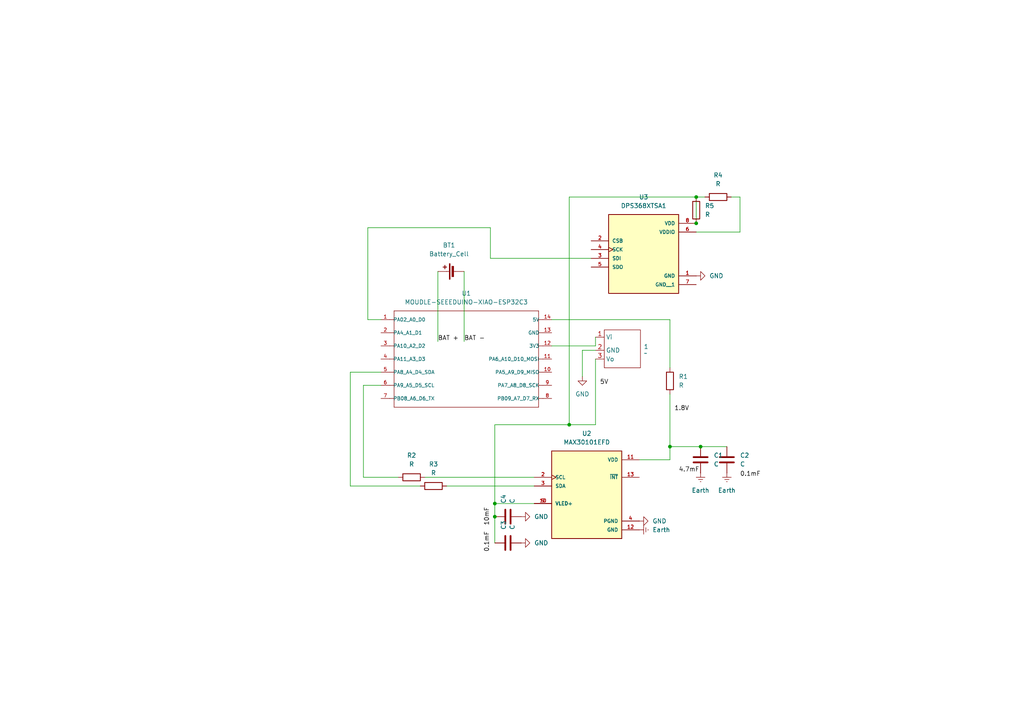
<source format=kicad_sch>
(kicad_sch
	(version 20231120)
	(generator "eeschema")
	(generator_version "8.0")
	(uuid "8385c6d0-c65a-44af-95dd-0f2f26355a36")
	(paper "A4")
	(lib_symbols
		(symbol "DC_DC_Converter_Small_1"
			(exclude_from_sim no)
			(in_bom yes)
			(on_board yes)
			(property "Reference" ""
				(at -5.08 -5.588 0)
				(effects
					(font
						(size 1.27 1.27)
					)
				)
			)
			(property "Value" ""
				(at -5.588 -5.334 0)
				(effects
					(font
						(size 1.27 1.27)
					)
				)
			)
			(property "Footprint" ""
				(at -5.588 -5.334 0)
				(effects
					(font
						(size 1.27 1.27)
					)
					(hide yes)
				)
			)
			(property "Datasheet" ""
				(at -5.588 -5.334 0)
				(effects
					(font
						(size 1.27 1.27)
					)
					(hide yes)
				)
			)
			(property "Description" ""
				(at -5.588 -5.334 0)
				(effects
					(font
						(size 1.27 1.27)
					)
					(hide yes)
				)
			)
			(symbol "DC_DC_Converter_Small_1_1_1"
				(rectangle
					(start 0 11)
					(end 10.5 0)
					(stroke
						(width 0)
						(type default)
					)
					(fill
						(type none)
					)
				)
				(pin input line
					(at -2.54 8.89 0)
					(length 2.54)
					(name "Vi"
						(effects
							(font
								(size 1.27 1.27)
							)
						)
					)
					(number "1"
						(effects
							(font
								(size 1.27 1.27)
							)
						)
					)
				)
				(pin bidirectional line
					(at -2.54 5.08 0)
					(length 2.54)
					(name "GND"
						(effects
							(font
								(size 1.27 1.27)
							)
						)
					)
					(number "2"
						(effects
							(font
								(size 1.27 1.27)
							)
						)
					)
				)
				(pin output line
					(at -2.54 2.54 0)
					(length 2.54)
					(name "Vo"
						(effects
							(font
								(size 1.27 1.27)
							)
						)
					)
					(number "3"
						(effects
							(font
								(size 1.27 1.27)
							)
						)
					)
				)
			)
		)
		(symbol "DPS368XTSA1:DPS368XTSA1"
			(pin_names
				(offset 1.016)
			)
			(exclude_from_sim no)
			(in_bom yes)
			(on_board yes)
			(property "Reference" "U"
				(at -10.16 10.922 0)
				(effects
					(font
						(size 1.27 1.27)
					)
					(justify left bottom)
				)
			)
			(property "Value" "DPS368XTSA1"
				(at -10.16 -15.24 0)
				(effects
					(font
						(size 1.27 1.27)
					)
					(justify left bottom)
				)
			)
			(property "Footprint" "DPS368XTSA1:XDCR_DPS368XTSA1"
				(at 0 0 0)
				(effects
					(font
						(size 1.27 1.27)
					)
					(justify bottom)
					(hide yes)
				)
			)
			(property "Datasheet" ""
				(at 0 0 0)
				(effects
					(font
						(size 1.27 1.27)
					)
					(hide yes)
				)
			)
			(property "Description" "Package dimensions: 8-pin LGA, 2.0 x 2.5 x 1.1 mm3 | Operation range: Pressure: 3001200 hPa Temperature: -4085C | Precision: 0.002 hPa _or 0.02 m_ | Rel. accuracy: 0.06 hPa _or 0.5 m_ | Abs. accuracy: 1 hPa _or 8 m_ | Temperature accuracy: 0.5C | Avg. current consumption: 1.7 A_pressure measurement_ @1Hzsampling rate, standby: 0.5 A. | Integrated FIFO | Interface: I2C and SPI_both with optional interrupt_"
				(at 0 0 0)
				(effects
					(font
						(size 1.27 1.27)
					)
					(justify bottom)
					(hide yes)
				)
			)
			(property "MF" "Infineon Technologies"
				(at 0 0 0)
				(effects
					(font
						(size 1.27 1.27)
					)
					(justify bottom)
					(hide yes)
				)
			)
			(property "PACKAGE" "VFLGA-8 Infineon Technologies"
				(at 0 0 0)
				(effects
					(font
						(size 1.27 1.27)
					)
					(justify bottom)
					(hide yes)
				)
			)
			(property "PRICE" "None"
				(at 0 0 0)
				(effects
					(font
						(size 1.27 1.27)
					)
					(justify bottom)
					(hide yes)
				)
			)
			(property "MP" "DPS368XTSA1"
				(at 0 0 0)
				(effects
					(font
						(size 1.27 1.27)
					)
					(justify bottom)
					(hide yes)
				)
			)
			(property "AVAILABILITY" "Unavailable"
				(at 0 0 0)
				(effects
					(font
						(size 1.27 1.27)
					)
					(justify bottom)
					(hide yes)
				)
			)
			(symbol "DPS368XTSA1_0_0"
				(rectangle
					(start -10.16 -12.7)
					(end 10.16 10.16)
					(stroke
						(width 0.254)
						(type default)
					)
					(fill
						(type background)
					)
				)
				(pin power_in line
					(at 15.24 -7.62 180)
					(length 5.08)
					(name "GND"
						(effects
							(font
								(size 1.016 1.016)
							)
						)
					)
					(number "1"
						(effects
							(font
								(size 1.016 1.016)
							)
						)
					)
				)
				(pin input line
					(at -15.24 2.54 0)
					(length 5.08)
					(name "CSB"
						(effects
							(font
								(size 1.016 1.016)
							)
						)
					)
					(number "2"
						(effects
							(font
								(size 1.016 1.016)
							)
						)
					)
				)
				(pin input line
					(at -15.24 -2.54 0)
					(length 5.08)
					(name "SDI"
						(effects
							(font
								(size 1.016 1.016)
							)
						)
					)
					(number "3"
						(effects
							(font
								(size 1.016 1.016)
							)
						)
					)
				)
				(pin input clock
					(at -15.24 0 0)
					(length 5.08)
					(name "SCK"
						(effects
							(font
								(size 1.016 1.016)
							)
						)
					)
					(number "4"
						(effects
							(font
								(size 1.016 1.016)
							)
						)
					)
				)
				(pin output line
					(at -15.24 -5.08 0)
					(length 5.08)
					(name "SDO"
						(effects
							(font
								(size 1.016 1.016)
							)
						)
					)
					(number "5"
						(effects
							(font
								(size 1.016 1.016)
							)
						)
					)
				)
				(pin power_in line
					(at 15.24 5.08 180)
					(length 5.08)
					(name "VDDIO"
						(effects
							(font
								(size 1.016 1.016)
							)
						)
					)
					(number "6"
						(effects
							(font
								(size 1.016 1.016)
							)
						)
					)
				)
				(pin power_in line
					(at 15.24 -10.16 180)
					(length 5.08)
					(name "GND__1"
						(effects
							(font
								(size 1.016 1.016)
							)
						)
					)
					(number "7"
						(effects
							(font
								(size 1.016 1.016)
							)
						)
					)
				)
				(pin power_in line
					(at 15.24 7.62 180)
					(length 5.08)
					(name "VDD"
						(effects
							(font
								(size 1.016 1.016)
							)
						)
					)
					(number "8"
						(effects
							(font
								(size 1.016 1.016)
							)
						)
					)
				)
			)
		)
		(symbol "Device:Battery_Cell"
			(pin_numbers hide)
			(pin_names
				(offset 0) hide)
			(exclude_from_sim no)
			(in_bom yes)
			(on_board yes)
			(property "Reference" "BT"
				(at 2.54 2.54 0)
				(effects
					(font
						(size 1.27 1.27)
					)
					(justify left)
				)
			)
			(property "Value" "Battery_Cell"
				(at 2.54 0 0)
				(effects
					(font
						(size 1.27 1.27)
					)
					(justify left)
				)
			)
			(property "Footprint" ""
				(at 0 1.524 90)
				(effects
					(font
						(size 1.27 1.27)
					)
					(hide yes)
				)
			)
			(property "Datasheet" "~"
				(at 0 1.524 90)
				(effects
					(font
						(size 1.27 1.27)
					)
					(hide yes)
				)
			)
			(property "Description" "Single-cell battery"
				(at 0 0 0)
				(effects
					(font
						(size 1.27 1.27)
					)
					(hide yes)
				)
			)
			(property "ki_keywords" "battery cell"
				(at 0 0 0)
				(effects
					(font
						(size 1.27 1.27)
					)
					(hide yes)
				)
			)
			(symbol "Battery_Cell_0_1"
				(rectangle
					(start -2.286 1.778)
					(end 2.286 1.524)
					(stroke
						(width 0)
						(type default)
					)
					(fill
						(type outline)
					)
				)
				(rectangle
					(start -1.524 1.016)
					(end 1.524 0.508)
					(stroke
						(width 0)
						(type default)
					)
					(fill
						(type outline)
					)
				)
				(polyline
					(pts
						(xy 0 0.762) (xy 0 0)
					)
					(stroke
						(width 0)
						(type default)
					)
					(fill
						(type none)
					)
				)
				(polyline
					(pts
						(xy 0 1.778) (xy 0 2.54)
					)
					(stroke
						(width 0)
						(type default)
					)
					(fill
						(type none)
					)
				)
				(polyline
					(pts
						(xy 0.762 3.048) (xy 1.778 3.048)
					)
					(stroke
						(width 0.254)
						(type default)
					)
					(fill
						(type none)
					)
				)
				(polyline
					(pts
						(xy 1.27 3.556) (xy 1.27 2.54)
					)
					(stroke
						(width 0.254)
						(type default)
					)
					(fill
						(type none)
					)
				)
			)
			(symbol "Battery_Cell_1_1"
				(pin passive line
					(at 0 5.08 270)
					(length 2.54)
					(name "+"
						(effects
							(font
								(size 1.27 1.27)
							)
						)
					)
					(number "1"
						(effects
							(font
								(size 1.27 1.27)
							)
						)
					)
				)
				(pin passive line
					(at 0 -2.54 90)
					(length 2.54)
					(name "-"
						(effects
							(font
								(size 1.27 1.27)
							)
						)
					)
					(number "2"
						(effects
							(font
								(size 1.27 1.27)
							)
						)
					)
				)
			)
		)
		(symbol "Device:C"
			(pin_numbers hide)
			(pin_names
				(offset 0.254)
			)
			(exclude_from_sim no)
			(in_bom yes)
			(on_board yes)
			(property "Reference" "C"
				(at 0.635 2.54 0)
				(effects
					(font
						(size 1.27 1.27)
					)
					(justify left)
				)
			)
			(property "Value" "C"
				(at 0.635 -2.54 0)
				(effects
					(font
						(size 1.27 1.27)
					)
					(justify left)
				)
			)
			(property "Footprint" ""
				(at 0.9652 -3.81 0)
				(effects
					(font
						(size 1.27 1.27)
					)
					(hide yes)
				)
			)
			(property "Datasheet" "~"
				(at 0 0 0)
				(effects
					(font
						(size 1.27 1.27)
					)
					(hide yes)
				)
			)
			(property "Description" "Unpolarized capacitor"
				(at 0 0 0)
				(effects
					(font
						(size 1.27 1.27)
					)
					(hide yes)
				)
			)
			(property "ki_keywords" "cap capacitor"
				(at 0 0 0)
				(effects
					(font
						(size 1.27 1.27)
					)
					(hide yes)
				)
			)
			(property "ki_fp_filters" "C_*"
				(at 0 0 0)
				(effects
					(font
						(size 1.27 1.27)
					)
					(hide yes)
				)
			)
			(symbol "C_0_1"
				(polyline
					(pts
						(xy -2.032 -0.762) (xy 2.032 -0.762)
					)
					(stroke
						(width 0.508)
						(type default)
					)
					(fill
						(type none)
					)
				)
				(polyline
					(pts
						(xy -2.032 0.762) (xy 2.032 0.762)
					)
					(stroke
						(width 0.508)
						(type default)
					)
					(fill
						(type none)
					)
				)
			)
			(symbol "C_1_1"
				(pin passive line
					(at 0 3.81 270)
					(length 2.794)
					(name "~"
						(effects
							(font
								(size 1.27 1.27)
							)
						)
					)
					(number "1"
						(effects
							(font
								(size 1.27 1.27)
							)
						)
					)
				)
				(pin passive line
					(at 0 -3.81 90)
					(length 2.794)
					(name "~"
						(effects
							(font
								(size 1.27 1.27)
							)
						)
					)
					(number "2"
						(effects
							(font
								(size 1.27 1.27)
							)
						)
					)
				)
			)
		)
		(symbol "Device:R"
			(pin_numbers hide)
			(pin_names
				(offset 0)
			)
			(exclude_from_sim no)
			(in_bom yes)
			(on_board yes)
			(property "Reference" "R"
				(at 2.032 0 90)
				(effects
					(font
						(size 1.27 1.27)
					)
				)
			)
			(property "Value" "R"
				(at 0 0 90)
				(effects
					(font
						(size 1.27 1.27)
					)
				)
			)
			(property "Footprint" ""
				(at -1.778 0 90)
				(effects
					(font
						(size 1.27 1.27)
					)
					(hide yes)
				)
			)
			(property "Datasheet" "~"
				(at 0 0 0)
				(effects
					(font
						(size 1.27 1.27)
					)
					(hide yes)
				)
			)
			(property "Description" "Resistor"
				(at 0 0 0)
				(effects
					(font
						(size 1.27 1.27)
					)
					(hide yes)
				)
			)
			(property "ki_keywords" "R res resistor"
				(at 0 0 0)
				(effects
					(font
						(size 1.27 1.27)
					)
					(hide yes)
				)
			)
			(property "ki_fp_filters" "R_*"
				(at 0 0 0)
				(effects
					(font
						(size 1.27 1.27)
					)
					(hide yes)
				)
			)
			(symbol "R_0_1"
				(rectangle
					(start -1.016 -2.54)
					(end 1.016 2.54)
					(stroke
						(width 0.254)
						(type default)
					)
					(fill
						(type none)
					)
				)
			)
			(symbol "R_1_1"
				(pin passive line
					(at 0 3.81 270)
					(length 1.27)
					(name "~"
						(effects
							(font
								(size 1.27 1.27)
							)
						)
					)
					(number "1"
						(effects
							(font
								(size 1.27 1.27)
							)
						)
					)
				)
				(pin passive line
					(at 0 -3.81 90)
					(length 1.27)
					(name "~"
						(effects
							(font
								(size 1.27 1.27)
							)
						)
					)
					(number "2"
						(effects
							(font
								(size 1.27 1.27)
							)
						)
					)
				)
			)
		)
		(symbol "MAX30101EFD:MAX30101EFD"
			(pin_names
				(offset 1.016)
			)
			(exclude_from_sim no)
			(in_bom yes)
			(on_board yes)
			(property "Reference" "U"
				(at -10.16 12.7 0)
				(effects
					(font
						(size 1.27 1.27)
					)
					(justify left bottom)
				)
			)
			(property "Value" "MAX30101EFD"
				(at -10.16 -15.24 0)
				(effects
					(font
						(size 1.27 1.27)
					)
					(justify left bottom)
				)
			)
			(property "Footprint" "MAX30101EFD:PSON80P560X330X165-14N"
				(at 0 0 0)
				(effects
					(font
						(size 1.27 1.27)
					)
					(justify bottom)
					(hide yes)
				)
			)
			(property "Datasheet" ""
				(at 0 0 0)
				(effects
					(font
						(size 1.27 1.27)
					)
					(hide yes)
				)
			)
			(property "Description" ""
				(at 0 0 0)
				(effects
					(font
						(size 1.27 1.27)
					)
					(hide yes)
				)
			)
			(property "MF" "Analog Devices"
				(at 0 0 0)
				(effects
					(font
						(size 1.27 1.27)
					)
					(justify bottom)
					(hide yes)
				)
			)
			(property "Description_1" "\n                        \n                            High-Sensitivity Pulse Oximeter and Heart-Rate Sensor for Wearable Health\n                        \n"
				(at 0 0 0)
				(effects
					(font
						(size 1.27 1.27)
					)
					(justify bottom)
					(hide yes)
				)
			)
			(property "Package" "OLGA-14 Maxim"
				(at 0 0 0)
				(effects
					(font
						(size 1.27 1.27)
					)
					(justify bottom)
					(hide yes)
				)
			)
			(property "Price" "None"
				(at 0 0 0)
				(effects
					(font
						(size 1.27 1.27)
					)
					(justify bottom)
					(hide yes)
				)
			)
			(property "Check_prices" "https://www.snapeda.com/parts/MAX30101EFD+T/Analog+Devices/view-part/?ref=eda"
				(at 0 0 0)
				(effects
					(font
						(size 1.27 1.27)
					)
					(justify bottom)
					(hide yes)
				)
			)
			(property "STANDARD" "IPC7351B"
				(at 0 0 0)
				(effects
					(font
						(size 1.27 1.27)
					)
					(justify bottom)
					(hide yes)
				)
			)
			(property "PARTREV" "2"
				(at 0 0 0)
				(effects
					(font
						(size 1.27 1.27)
					)
					(justify bottom)
					(hide yes)
				)
			)
			(property "SnapEDA_Link" "https://www.snapeda.com/parts/MAX30101EFD+T/Analog+Devices/view-part/?ref=snap"
				(at 0 0 0)
				(effects
					(font
						(size 1.27 1.27)
					)
					(justify bottom)
					(hide yes)
				)
			)
			(property "MP" "MAX30101EFD+T"
				(at 0 0 0)
				(effects
					(font
						(size 1.27 1.27)
					)
					(justify bottom)
					(hide yes)
				)
			)
			(property "Availability" "In Stock"
				(at 0 0 0)
				(effects
					(font
						(size 1.27 1.27)
					)
					(justify bottom)
					(hide yes)
				)
			)
			(property "MANUFACTURER" "Maxim Integrated"
				(at 0 0 0)
				(effects
					(font
						(size 1.27 1.27)
					)
					(justify bottom)
					(hide yes)
				)
			)
			(symbol "MAX30101EFD_0_0"
				(rectangle
					(start -10.16 -12.7)
					(end 10.16 12.7)
					(stroke
						(width 0.254)
						(type default)
					)
					(fill
						(type background)
					)
				)
				(pin passive line
					(at -15.24 -2.54 0)
					(length 5.08)
					(name "VLED+"
						(effects
							(font
								(size 1.016 1.016)
							)
						)
					)
					(number "10"
						(effects
							(font
								(size 1.016 1.016)
							)
						)
					)
				)
				(pin power_in line
					(at 15.24 10.16 180)
					(length 5.08)
					(name "VDD"
						(effects
							(font
								(size 1.016 1.016)
							)
						)
					)
					(number "11"
						(effects
							(font
								(size 1.016 1.016)
							)
						)
					)
				)
				(pin power_in line
					(at 15.24 -10.16 180)
					(length 5.08)
					(name "GND"
						(effects
							(font
								(size 1.016 1.016)
							)
						)
					)
					(number "12"
						(effects
							(font
								(size 1.016 1.016)
							)
						)
					)
				)
				(pin output line
					(at 15.24 5.08 180)
					(length 5.08)
					(name "~{INT}"
						(effects
							(font
								(size 1.016 1.016)
							)
						)
					)
					(number "13"
						(effects
							(font
								(size 1.016 1.016)
							)
						)
					)
				)
				(pin input clock
					(at -15.24 5.08 0)
					(length 5.08)
					(name "SCL"
						(effects
							(font
								(size 1.016 1.016)
							)
						)
					)
					(number "2"
						(effects
							(font
								(size 1.016 1.016)
							)
						)
					)
				)
				(pin bidirectional line
					(at -15.24 2.54 0)
					(length 5.08)
					(name "SDA"
						(effects
							(font
								(size 1.016 1.016)
							)
						)
					)
					(number "3"
						(effects
							(font
								(size 1.016 1.016)
							)
						)
					)
				)
				(pin power_in line
					(at 15.24 -7.62 180)
					(length 5.08)
					(name "PGND"
						(effects
							(font
								(size 1.016 1.016)
							)
						)
					)
					(number "4"
						(effects
							(font
								(size 1.016 1.016)
							)
						)
					)
				)
				(pin passive line
					(at -15.24 -2.54 0)
					(length 5.08)
					(name "VLED+"
						(effects
							(font
								(size 1.016 1.016)
							)
						)
					)
					(number "9"
						(effects
							(font
								(size 1.016 1.016)
							)
						)
					)
				)
			)
		)
		(symbol "MOUDLE-SEEEDUINO-XIAO-ESP32C3:MOUDLE-SEEEDUINO-XIAO-ESP32C3"
			(pin_names
				(offset 1.016)
			)
			(exclude_from_sim no)
			(in_bom yes)
			(on_board yes)
			(property "Reference" "U"
				(at -21.59 15.24 0)
				(effects
					(font
						(size 1.27 1.27)
					)
					(justify left bottom)
				)
			)
			(property "Value" "MOUDLE-SEEEDUINO-XIAO-ESP32C3"
				(at -21.59 13.97 0)
				(effects
					(font
						(size 1.27 1.27)
					)
					(justify left bottom)
				)
			)
			(property "Footprint" "MOUDLE14P-SMD-2.54-21X17.8MM"
				(at 0 0 0)
				(effects
					(font
						(size 1.27 1.27)
					)
					(justify bottom)
					(hide yes)
				)
			)
			(property "Datasheet" ""
				(at 0 0 0)
				(effects
					(font
						(size 1.27 1.27)
					)
					(hide yes)
				)
			)
			(property "Description" ""
				(at 0 0 0)
				(effects
					(font
						(size 1.27 1.27)
					)
					(hide yes)
				)
			)
			(symbol "MOUDLE-SEEEDUINO-XIAO-ESP32C3_0_0"
				(polyline
					(pts
						(xy -21.59 -13.97) (xy -21.59 0)
					)
					(stroke
						(width 0.1524)
						(type default)
					)
					(fill
						(type none)
					)
				)
				(polyline
					(pts
						(xy -21.59 -11.43) (xy -22.86 -11.43)
					)
					(stroke
						(width 0.1524)
						(type default)
					)
					(fill
						(type none)
					)
				)
				(polyline
					(pts
						(xy -21.59 -7.62) (xy -22.86 -7.62)
					)
					(stroke
						(width 0.1524)
						(type default)
					)
					(fill
						(type none)
					)
				)
				(polyline
					(pts
						(xy -21.59 -3.81) (xy -22.86 -3.81)
					)
					(stroke
						(width 0.1524)
						(type default)
					)
					(fill
						(type none)
					)
				)
				(polyline
					(pts
						(xy -21.59 0) (xy -22.86 0)
					)
					(stroke
						(width 0.1524)
						(type default)
					)
					(fill
						(type none)
					)
				)
				(polyline
					(pts
						(xy -21.59 0) (xy -21.59 3.81)
					)
					(stroke
						(width 0.1524)
						(type default)
					)
					(fill
						(type none)
					)
				)
				(polyline
					(pts
						(xy -21.59 3.81) (xy -22.86 3.81)
					)
					(stroke
						(width 0.1524)
						(type default)
					)
					(fill
						(type none)
					)
				)
				(polyline
					(pts
						(xy -21.59 3.81) (xy -21.59 7.62)
					)
					(stroke
						(width 0.1524)
						(type default)
					)
					(fill
						(type none)
					)
				)
				(polyline
					(pts
						(xy -21.59 7.62) (xy -22.86 7.62)
					)
					(stroke
						(width 0.1524)
						(type default)
					)
					(fill
						(type none)
					)
				)
				(polyline
					(pts
						(xy -21.59 7.62) (xy -21.59 11.43)
					)
					(stroke
						(width 0.1524)
						(type default)
					)
					(fill
						(type none)
					)
				)
				(polyline
					(pts
						(xy -21.59 11.43) (xy -22.86 11.43)
					)
					(stroke
						(width 0.1524)
						(type default)
					)
					(fill
						(type none)
					)
				)
				(polyline
					(pts
						(xy -21.59 11.43) (xy -21.59 13.97)
					)
					(stroke
						(width 0.1524)
						(type default)
					)
					(fill
						(type none)
					)
				)
				(polyline
					(pts
						(xy -21.59 13.97) (xy 20.32 13.97)
					)
					(stroke
						(width 0.1524)
						(type default)
					)
					(fill
						(type none)
					)
				)
				(polyline
					(pts
						(xy 20.32 -13.97) (xy -21.59 -13.97)
					)
					(stroke
						(width 0.1524)
						(type default)
					)
					(fill
						(type none)
					)
				)
				(polyline
					(pts
						(xy 20.32 3.81) (xy 20.32 -13.97)
					)
					(stroke
						(width 0.1524)
						(type default)
					)
					(fill
						(type none)
					)
				)
				(polyline
					(pts
						(xy 20.32 7.62) (xy 20.32 3.81)
					)
					(stroke
						(width 0.1524)
						(type default)
					)
					(fill
						(type none)
					)
				)
				(polyline
					(pts
						(xy 20.32 11.43) (xy 20.32 7.62)
					)
					(stroke
						(width 0.1524)
						(type default)
					)
					(fill
						(type none)
					)
				)
				(polyline
					(pts
						(xy 20.32 13.97) (xy 20.32 11.43)
					)
					(stroke
						(width 0.1524)
						(type default)
					)
					(fill
						(type none)
					)
				)
				(polyline
					(pts
						(xy 21.59 -11.43) (xy 20.32 -11.43)
					)
					(stroke
						(width 0.1524)
						(type default)
					)
					(fill
						(type none)
					)
				)
				(polyline
					(pts
						(xy 21.59 -7.62) (xy 20.32 -7.62)
					)
					(stroke
						(width 0.1524)
						(type default)
					)
					(fill
						(type none)
					)
				)
				(polyline
					(pts
						(xy 21.59 -3.81) (xy 20.32 -3.81)
					)
					(stroke
						(width 0.1524)
						(type default)
					)
					(fill
						(type none)
					)
				)
				(polyline
					(pts
						(xy 21.59 0) (xy 20.32 0)
					)
					(stroke
						(width 0.1524)
						(type default)
					)
					(fill
						(type none)
					)
				)
				(polyline
					(pts
						(xy 21.59 3.81) (xy 20.32 3.81)
					)
					(stroke
						(width 0.1524)
						(type default)
					)
					(fill
						(type none)
					)
				)
				(polyline
					(pts
						(xy 21.59 7.62) (xy 20.32 7.62)
					)
					(stroke
						(width 0.1524)
						(type default)
					)
					(fill
						(type none)
					)
				)
				(polyline
					(pts
						(xy 21.59 11.43) (xy 20.32 11.43)
					)
					(stroke
						(width 0.1524)
						(type default)
					)
					(fill
						(type none)
					)
				)
				(pin bidirectional line
					(at -25.4 11.43 0)
					(length 2.54)
					(name "PA02_A0_D0"
						(effects
							(font
								(size 1.016 1.016)
							)
						)
					)
					(number "1"
						(effects
							(font
								(size 1.016 1.016)
							)
						)
					)
				)
				(pin bidirectional line
					(at 24.13 -3.81 180)
					(length 2.54)
					(name "PA5_A9_D9_MISO"
						(effects
							(font
								(size 1.016 1.016)
							)
						)
					)
					(number "10"
						(effects
							(font
								(size 1.016 1.016)
							)
						)
					)
				)
				(pin bidirectional line
					(at 24.13 0 180)
					(length 2.54)
					(name "PA6_A10_D10_MOSI"
						(effects
							(font
								(size 1.016 1.016)
							)
						)
					)
					(number "11"
						(effects
							(font
								(size 1.016 1.016)
							)
						)
					)
				)
				(pin bidirectional line
					(at 24.13 3.81 180)
					(length 2.54)
					(name "3V3"
						(effects
							(font
								(size 1.016 1.016)
							)
						)
					)
					(number "12"
						(effects
							(font
								(size 1.016 1.016)
							)
						)
					)
				)
				(pin bidirectional line
					(at 24.13 7.62 180)
					(length 2.54)
					(name "GND"
						(effects
							(font
								(size 1.016 1.016)
							)
						)
					)
					(number "13"
						(effects
							(font
								(size 1.016 1.016)
							)
						)
					)
				)
				(pin bidirectional line
					(at 24.13 11.43 180)
					(length 2.54)
					(name "5V"
						(effects
							(font
								(size 1.016 1.016)
							)
						)
					)
					(number "14"
						(effects
							(font
								(size 1.016 1.016)
							)
						)
					)
				)
				(pin bidirectional line
					(at -25.4 7.62 0)
					(length 2.54)
					(name "PA4_A1_D1"
						(effects
							(font
								(size 1.016 1.016)
							)
						)
					)
					(number "2"
						(effects
							(font
								(size 1.016 1.016)
							)
						)
					)
				)
				(pin bidirectional line
					(at -25.4 3.81 0)
					(length 2.54)
					(name "PA10_A2_D2"
						(effects
							(font
								(size 1.016 1.016)
							)
						)
					)
					(number "3"
						(effects
							(font
								(size 1.016 1.016)
							)
						)
					)
				)
				(pin bidirectional line
					(at -25.4 0 0)
					(length 2.54)
					(name "PA11_A3_D3"
						(effects
							(font
								(size 1.016 1.016)
							)
						)
					)
					(number "4"
						(effects
							(font
								(size 1.016 1.016)
							)
						)
					)
				)
				(pin bidirectional line
					(at -25.4 -3.81 0)
					(length 2.54)
					(name "PA8_A4_D4_SDA"
						(effects
							(font
								(size 1.016 1.016)
							)
						)
					)
					(number "5"
						(effects
							(font
								(size 1.016 1.016)
							)
						)
					)
				)
				(pin bidirectional line
					(at -25.4 -7.62 0)
					(length 2.54)
					(name "PA9_A5_D5_SCL"
						(effects
							(font
								(size 1.016 1.016)
							)
						)
					)
					(number "6"
						(effects
							(font
								(size 1.016 1.016)
							)
						)
					)
				)
				(pin bidirectional line
					(at -25.4 -11.43 0)
					(length 2.54)
					(name "PB08_A6_D6_TX"
						(effects
							(font
								(size 1.016 1.016)
							)
						)
					)
					(number "7"
						(effects
							(font
								(size 1.016 1.016)
							)
						)
					)
				)
				(pin bidirectional line
					(at 24.13 -11.43 180)
					(length 2.54)
					(name "PB09_A7_D7_RX"
						(effects
							(font
								(size 1.016 1.016)
							)
						)
					)
					(number "8"
						(effects
							(font
								(size 1.016 1.016)
							)
						)
					)
				)
				(pin bidirectional line
					(at 24.13 -7.62 180)
					(length 2.54)
					(name "PA7_A8_D8_SCK"
						(effects
							(font
								(size 1.016 1.016)
							)
						)
					)
					(number "9"
						(effects
							(font
								(size 1.016 1.016)
							)
						)
					)
				)
			)
		)
		(symbol "power:Earth"
			(power)
			(pin_numbers hide)
			(pin_names
				(offset 0) hide)
			(exclude_from_sim no)
			(in_bom yes)
			(on_board yes)
			(property "Reference" "#PWR"
				(at 0 -6.35 0)
				(effects
					(font
						(size 1.27 1.27)
					)
					(hide yes)
				)
			)
			(property "Value" "Earth"
				(at 0 -3.81 0)
				(effects
					(font
						(size 1.27 1.27)
					)
				)
			)
			(property "Footprint" ""
				(at 0 0 0)
				(effects
					(font
						(size 1.27 1.27)
					)
					(hide yes)
				)
			)
			(property "Datasheet" "~"
				(at 0 0 0)
				(effects
					(font
						(size 1.27 1.27)
					)
					(hide yes)
				)
			)
			(property "Description" "Power symbol creates a global label with name \"Earth\""
				(at 0 0 0)
				(effects
					(font
						(size 1.27 1.27)
					)
					(hide yes)
				)
			)
			(property "ki_keywords" "global ground gnd"
				(at 0 0 0)
				(effects
					(font
						(size 1.27 1.27)
					)
					(hide yes)
				)
			)
			(symbol "Earth_0_1"
				(polyline
					(pts
						(xy -0.635 -1.905) (xy 0.635 -1.905)
					)
					(stroke
						(width 0)
						(type default)
					)
					(fill
						(type none)
					)
				)
				(polyline
					(pts
						(xy -0.127 -2.54) (xy 0.127 -2.54)
					)
					(stroke
						(width 0)
						(type default)
					)
					(fill
						(type none)
					)
				)
				(polyline
					(pts
						(xy 0 -1.27) (xy 0 0)
					)
					(stroke
						(width 0)
						(type default)
					)
					(fill
						(type none)
					)
				)
				(polyline
					(pts
						(xy 1.27 -1.27) (xy -1.27 -1.27)
					)
					(stroke
						(width 0)
						(type default)
					)
					(fill
						(type none)
					)
				)
			)
			(symbol "Earth_1_1"
				(pin power_in line
					(at 0 0 270)
					(length 0)
					(name "~"
						(effects
							(font
								(size 1.27 1.27)
							)
						)
					)
					(number "1"
						(effects
							(font
								(size 1.27 1.27)
							)
						)
					)
				)
			)
		)
		(symbol "power:GND"
			(power)
			(pin_numbers hide)
			(pin_names
				(offset 0) hide)
			(exclude_from_sim no)
			(in_bom yes)
			(on_board yes)
			(property "Reference" "#PWR"
				(at 0 -6.35 0)
				(effects
					(font
						(size 1.27 1.27)
					)
					(hide yes)
				)
			)
			(property "Value" "GND"
				(at 0 -3.81 0)
				(effects
					(font
						(size 1.27 1.27)
					)
				)
			)
			(property "Footprint" ""
				(at 0 0 0)
				(effects
					(font
						(size 1.27 1.27)
					)
					(hide yes)
				)
			)
			(property "Datasheet" ""
				(at 0 0 0)
				(effects
					(font
						(size 1.27 1.27)
					)
					(hide yes)
				)
			)
			(property "Description" "Power symbol creates a global label with name \"GND\" , ground"
				(at 0 0 0)
				(effects
					(font
						(size 1.27 1.27)
					)
					(hide yes)
				)
			)
			(property "ki_keywords" "global power"
				(at 0 0 0)
				(effects
					(font
						(size 1.27 1.27)
					)
					(hide yes)
				)
			)
			(symbol "GND_0_1"
				(polyline
					(pts
						(xy 0 0) (xy 0 -1.27) (xy 1.27 -1.27) (xy 0 -2.54) (xy -1.27 -1.27) (xy 0 -1.27)
					)
					(stroke
						(width 0)
						(type default)
					)
					(fill
						(type none)
					)
				)
			)
			(symbol "GND_1_1"
				(pin power_in line
					(at 0 0 270)
					(length 0)
					(name "~"
						(effects
							(font
								(size 1.27 1.27)
							)
						)
					)
					(number "1"
						(effects
							(font
								(size 1.27 1.27)
							)
						)
					)
				)
			)
		)
	)
	(junction
		(at 143.51 149.86)
		(diameter 0)
		(color 0 0 0 0)
		(uuid "277ca0a7-fd51-417c-88ce-aa56f3ce2806")
	)
	(junction
		(at 165.1 123.19)
		(diameter 0)
		(color 0 0 0 0)
		(uuid "2c013015-84e8-4453-a63b-c5bc131ea813")
	)
	(junction
		(at 201.93 64.77)
		(diameter 0)
		(color 0 0 0 0)
		(uuid "352fc092-f5ed-4288-b5ee-ec4264fa42b3")
	)
	(junction
		(at 203.2 129.54)
		(diameter 0)
		(color 0 0 0 0)
		(uuid "3607878e-3ef4-49e6-a392-89d4def7b60b")
	)
	(junction
		(at 143.51 146.05)
		(diameter 0)
		(color 0 0 0 0)
		(uuid "5d1ca364-8ef6-4f97-9573-461b9c6eac31")
	)
	(junction
		(at 201.93 57.15)
		(diameter 0)
		(color 0 0 0 0)
		(uuid "dc87d411-096f-42d9-9850-946235c76253")
	)
	(junction
		(at 194.31 129.54)
		(diameter 0)
		(color 0 0 0 0)
		(uuid "ef6dbe10-0982-4742-aac6-17720b104e88")
	)
	(wire
		(pts
			(xy 172.72 123.19) (xy 165.1 123.19)
		)
		(stroke
			(width 0)
			(type default)
		)
		(uuid "00e321f8-4b60-4e78-b443-c2f0e814ff82")
	)
	(wire
		(pts
			(xy 115.57 138.43) (xy 105.41 138.43)
		)
		(stroke
			(width 0)
			(type default)
		)
		(uuid "0ab2f7a6-78f2-4d2c-9306-f61e3cdcbb1c")
	)
	(wire
		(pts
			(xy 172.72 101.6) (xy 168.91 101.6)
		)
		(stroke
			(width 0)
			(type default)
		)
		(uuid "101c29ec-71ed-46cb-b0c3-3c230609eea9")
	)
	(wire
		(pts
			(xy 106.68 66.04) (xy 106.68 92.71)
		)
		(stroke
			(width 0)
			(type default)
		)
		(uuid "1b11fdf0-afcc-4439-97bc-dd90ea0bb447")
	)
	(wire
		(pts
			(xy 185.42 133.35) (xy 194.31 133.35)
		)
		(stroke
			(width 0)
			(type default)
		)
		(uuid "1b2e6104-59ac-4de7-8346-89e3dc78027a")
	)
	(wire
		(pts
			(xy 121.92 140.97) (xy 101.6 140.97)
		)
		(stroke
			(width 0)
			(type default)
		)
		(uuid "1f857a43-97c2-4b39-81d5-2f035c2f689e")
	)
	(wire
		(pts
			(xy 143.51 123.19) (xy 143.51 146.05)
		)
		(stroke
			(width 0)
			(type default)
		)
		(uuid "2db8aa6b-87ad-43db-b0b7-13e552cf82a7")
	)
	(wire
		(pts
			(xy 142.24 74.93) (xy 142.24 66.04)
		)
		(stroke
			(width 0)
			(type default)
		)
		(uuid "38a63db9-9d65-43a1-be70-959cd2c80ea4")
	)
	(wire
		(pts
			(xy 154.94 138.43) (xy 123.19 138.43)
		)
		(stroke
			(width 0)
			(type default)
		)
		(uuid "39ad6221-cdc7-4ee3-a14b-d62df87435f3")
	)
	(wire
		(pts
			(xy 214.63 67.31) (xy 214.63 57.15)
		)
		(stroke
			(width 0)
			(type default)
		)
		(uuid "4b09c23c-90c7-485b-8d7a-350d7a205816")
	)
	(wire
		(pts
			(xy 101.6 107.95) (xy 110.49 107.95)
		)
		(stroke
			(width 0)
			(type default)
		)
		(uuid "4ca0608e-1352-49b0-8cdd-ee8818427d1a")
	)
	(wire
		(pts
			(xy 172.72 100.33) (xy 172.72 97.79)
		)
		(stroke
			(width 0)
			(type default)
		)
		(uuid "4d4c5017-913c-4367-907f-ba5f245f8013")
	)
	(wire
		(pts
			(xy 143.51 157.48) (xy 143.51 149.86)
		)
		(stroke
			(width 0)
			(type default)
		)
		(uuid "58996d35-633c-4a9b-914e-d3a9f1cab476")
	)
	(wire
		(pts
			(xy 160.02 92.71) (xy 194.31 92.71)
		)
		(stroke
			(width 0)
			(type default)
		)
		(uuid "59c211b3-bc9a-41a1-99c3-a29d5c4dee50")
	)
	(wire
		(pts
			(xy 201.93 67.31) (xy 214.63 67.31)
		)
		(stroke
			(width 0)
			(type default)
		)
		(uuid "5e4df38d-3d83-4141-97a6-698715404559")
	)
	(wire
		(pts
			(xy 154.94 140.97) (xy 129.54 140.97)
		)
		(stroke
			(width 0)
			(type default)
		)
		(uuid "78c5ec7c-e1db-436e-a651-ecadf6580ca9")
	)
	(wire
		(pts
			(xy 105.41 111.76) (xy 110.49 111.76)
		)
		(stroke
			(width 0)
			(type default)
		)
		(uuid "7c1ce543-ed91-42e5-9369-bcb9cf92079e")
	)
	(wire
		(pts
			(xy 194.31 129.54) (xy 203.2 129.54)
		)
		(stroke
			(width 0)
			(type default)
		)
		(uuid "7ddc8ce0-424b-4aff-a34f-c05a4279c276")
	)
	(wire
		(pts
			(xy 165.1 57.15) (xy 201.93 57.15)
		)
		(stroke
			(width 0)
			(type default)
		)
		(uuid "805491cb-b0e9-4992-bed6-ef366dc4a232")
	)
	(wire
		(pts
			(xy 168.91 101.6) (xy 168.91 109.22)
		)
		(stroke
			(width 0)
			(type default)
		)
		(uuid "8a519cd2-4a7c-43e7-833d-c8a81fc57169")
	)
	(wire
		(pts
			(xy 165.1 123.19) (xy 143.51 123.19)
		)
		(stroke
			(width 0)
			(type default)
		)
		(uuid "900a2ee9-8460-4a2c-818e-54ccdf110552")
	)
	(wire
		(pts
			(xy 201.93 64.77) (xy 201.93 57.15)
		)
		(stroke
			(width 0)
			(type default)
		)
		(uuid "94bd75fc-ec63-4d93-ad51-84dad6a302fe")
	)
	(wire
		(pts
			(xy 142.24 66.04) (xy 106.68 66.04)
		)
		(stroke
			(width 0)
			(type default)
		)
		(uuid "972e2966-4d63-46b5-aba8-04b0817994f0")
	)
	(wire
		(pts
			(xy 160.02 100.33) (xy 172.72 100.33)
		)
		(stroke
			(width 0)
			(type default)
		)
		(uuid "989b15e4-56e6-47b1-9ea0-e38a6c6ba6ea")
	)
	(wire
		(pts
			(xy 172.72 104.14) (xy 172.72 123.19)
		)
		(stroke
			(width 0)
			(type default)
		)
		(uuid "9d41aa4a-1173-4c06-8c14-0500117dc5a7")
	)
	(wire
		(pts
			(xy 171.45 74.93) (xy 142.24 74.93)
		)
		(stroke
			(width 0)
			(type default)
		)
		(uuid "aaac949d-362e-4bf3-a3f7-77f42df93c90")
	)
	(wire
		(pts
			(xy 143.51 146.05) (xy 154.94 146.05)
		)
		(stroke
			(width 0)
			(type default)
		)
		(uuid "b84bfb69-0fb6-4d35-9436-da88027c9980")
	)
	(wire
		(pts
			(xy 143.51 146.05) (xy 143.51 149.86)
		)
		(stroke
			(width 0)
			(type default)
		)
		(uuid "bad7c8ea-18d5-48f1-883f-184fc06bf2cb")
	)
	(wire
		(pts
			(xy 101.6 140.97) (xy 101.6 107.95)
		)
		(stroke
			(width 0)
			(type default)
		)
		(uuid "bcb5befe-8aef-48b7-b910-02e79183663e")
	)
	(wire
		(pts
			(xy 106.68 92.71) (xy 110.49 92.71)
		)
		(stroke
			(width 0)
			(type default)
		)
		(uuid "c61ff38f-a8f5-41ef-be22-891f9fb372d5")
	)
	(wire
		(pts
			(xy 212.09 57.15) (xy 214.63 57.15)
		)
		(stroke
			(width 0)
			(type default)
		)
		(uuid "c7d08d2f-72c6-4783-a520-adc32f529c14")
	)
	(wire
		(pts
			(xy 127 78.74) (xy 127 99.06)
		)
		(stroke
			(width 0)
			(type default)
		)
		(uuid "c8d51b9d-5d3f-45b4-8243-5e50a18f4a35")
	)
	(wire
		(pts
			(xy 165.1 57.15) (xy 165.1 123.19)
		)
		(stroke
			(width 0)
			(type default)
		)
		(uuid "cc3d1d3f-effd-49f5-9ec2-4b283a69b946")
	)
	(wire
		(pts
			(xy 194.31 92.71) (xy 194.31 106.68)
		)
		(stroke
			(width 0)
			(type default)
		)
		(uuid "d12b14a3-21d2-460e-95a2-04b210b93762")
	)
	(wire
		(pts
			(xy 201.93 57.15) (xy 204.47 57.15)
		)
		(stroke
			(width 0)
			(type default)
		)
		(uuid "dce46751-53c0-4392-979e-6d6bada45283")
	)
	(wire
		(pts
			(xy 194.31 129.54) (xy 194.31 133.35)
		)
		(stroke
			(width 0)
			(type default)
		)
		(uuid "ddcdd1d3-b74c-419b-968a-e0bec5a6bc83")
	)
	(wire
		(pts
			(xy 194.31 114.3) (xy 194.31 129.54)
		)
		(stroke
			(width 0)
			(type default)
		)
		(uuid "e25e7fba-b5cb-421f-9516-5ac98b5b4f6c")
	)
	(wire
		(pts
			(xy 203.2 129.54) (xy 210.82 129.54)
		)
		(stroke
			(width 0)
			(type default)
		)
		(uuid "efe630eb-2b1b-40b2-8545-fcb4e8a89eec")
	)
	(wire
		(pts
			(xy 105.41 138.43) (xy 105.41 111.76)
		)
		(stroke
			(width 0)
			(type default)
		)
		(uuid "fc038659-8376-42aa-ae7c-8412abc53b6b")
	)
	(wire
		(pts
			(xy 134.62 78.74) (xy 134.62 99.06)
		)
		(stroke
			(width 0)
			(type default)
		)
		(uuid "fdd147d6-c234-42c9-a9ff-9eae58602aba")
	)
	(label "10mF"
		(at 142.24 152.4 90)
		(effects
			(font
				(size 1.27 1.27)
			)
			(justify left bottom)
		)
		(uuid "00dd8c77-166e-49a9-a61a-9d1a7494ad94")
	)
	(label "4.7mF"
		(at 196.85 137.16 0)
		(effects
			(font
				(size 1.27 1.27)
			)
			(justify left bottom)
		)
		(uuid "3ce01e87-eff5-49b9-b7f4-fc7e077a74b8")
	)
	(label "5V"
		(at 173.99 111.76 0)
		(effects
			(font
				(size 1.27 1.27)
			)
			(justify left bottom)
		)
		(uuid "46e1b778-1b91-4a98-aebd-277548fcbc36")
	)
	(label "0.1mF"
		(at 142.24 160.02 90)
		(effects
			(font
				(size 1.27 1.27)
			)
			(justify left bottom)
		)
		(uuid "4729ff9d-a761-402f-850f-324fd09e832f")
	)
	(label "1.8V"
		(at 195.58 119.38 0)
		(effects
			(font
				(size 1.27 1.27)
			)
			(justify left bottom)
		)
		(uuid "57e1dd30-5a53-4f98-b63f-3d7d60d7861b")
	)
	(label "0.1mF"
		(at 214.63 138.43 0)
		(effects
			(font
				(size 1.27 1.27)
			)
			(justify left bottom)
		)
		(uuid "62092211-fbef-4051-843a-80438635eca6")
	)
	(label "BAT +"
		(at 127 99.06 0)
		(effects
			(font
				(size 1.27 1.27)
			)
			(justify left bottom)
		)
		(uuid "dbd793f5-8516-431e-8314-0711179bea44")
	)
	(label "BAT -"
		(at 134.62 99.06 0)
		(effects
			(font
				(size 1.27 1.27)
			)
			(justify left bottom)
		)
		(uuid "fdc6ff95-6d87-45de-9b19-ca411ff2f928")
	)
	(symbol
		(lib_id "power:Earth")
		(at 210.82 137.16 0)
		(unit 1)
		(exclude_from_sim no)
		(in_bom yes)
		(on_board yes)
		(dnp no)
		(fields_autoplaced yes)
		(uuid "11a07893-076b-4bbd-b326-7bb5382546f7")
		(property "Reference" "#PWR03"
			(at 210.82 143.51 0)
			(effects
				(font
					(size 1.27 1.27)
				)
				(hide yes)
			)
		)
		(property "Value" "Earth"
			(at 210.82 142.24 0)
			(effects
				(font
					(size 1.27 1.27)
				)
			)
		)
		(property "Footprint" ""
			(at 210.82 137.16 0)
			(effects
				(font
					(size 1.27 1.27)
				)
				(hide yes)
			)
		)
		(property "Datasheet" "~"
			(at 210.82 137.16 0)
			(effects
				(font
					(size 1.27 1.27)
				)
				(hide yes)
			)
		)
		(property "Description" "Power symbol creates a global label with name \"Earth\""
			(at 210.82 137.16 0)
			(effects
				(font
					(size 1.27 1.27)
				)
				(hide yes)
			)
		)
		(pin "1"
			(uuid "44ce4d91-91a1-4f6a-a0a1-717b143c01ea")
		)
		(instances
			(project "CDD Proj"
				(path "/8385c6d0-c65a-44af-95dd-0f2f26355a36"
					(reference "#PWR03")
					(unit 1)
				)
			)
		)
	)
	(symbol
		(lib_id "Device:C")
		(at 147.32 149.86 90)
		(unit 1)
		(exclude_from_sim no)
		(in_bom yes)
		(on_board yes)
		(dnp no)
		(fields_autoplaced yes)
		(uuid "1ae9bd8d-6889-454f-8fa2-e29a41e78913")
		(property "Reference" "C4"
			(at 146.0499 146.05 0)
			(effects
				(font
					(size 1.27 1.27)
				)
				(justify left)
			)
		)
		(property "Value" "C"
			(at 148.5899 146.05 0)
			(effects
				(font
					(size 1.27 1.27)
				)
				(justify left)
			)
		)
		(property "Footprint" ""
			(at 151.13 148.8948 0)
			(effects
				(font
					(size 1.27 1.27)
				)
				(hide yes)
			)
		)
		(property "Datasheet" "~"
			(at 147.32 149.86 0)
			(effects
				(font
					(size 1.27 1.27)
				)
				(hide yes)
			)
		)
		(property "Description" "Unpolarized capacitor"
			(at 147.32 149.86 0)
			(effects
				(font
					(size 1.27 1.27)
				)
				(hide yes)
			)
		)
		(pin "1"
			(uuid "35dad817-a378-41bb-859f-713cf80860b2")
		)
		(pin "2"
			(uuid "aa4ba74a-158e-4ba6-8d64-a9ea5a793dc4")
		)
		(instances
			(project "CDD Proj"
				(path "/8385c6d0-c65a-44af-95dd-0f2f26355a36"
					(reference "C4")
					(unit 1)
				)
			)
		)
	)
	(symbol
		(lib_id "Device:R")
		(at 201.93 60.96 0)
		(unit 1)
		(exclude_from_sim no)
		(in_bom yes)
		(on_board yes)
		(dnp no)
		(fields_autoplaced yes)
		(uuid "277c5116-9831-4a62-a126-1cc99f36bfdc")
		(property "Reference" "R5"
			(at 204.47 59.6899 0)
			(effects
				(font
					(size 1.27 1.27)
				)
				(justify left)
			)
		)
		(property "Value" "R"
			(at 204.47 62.2299 0)
			(effects
				(font
					(size 1.27 1.27)
				)
				(justify left)
			)
		)
		(property "Footprint" ""
			(at 200.152 60.96 90)
			(effects
				(font
					(size 1.27 1.27)
				)
				(hide yes)
			)
		)
		(property "Datasheet" "~"
			(at 201.93 60.96 0)
			(effects
				(font
					(size 1.27 1.27)
				)
				(hide yes)
			)
		)
		(property "Description" "Resistor"
			(at 201.93 60.96 0)
			(effects
				(font
					(size 1.27 1.27)
				)
				(hide yes)
			)
		)
		(pin "1"
			(uuid "7140a7f7-7256-4744-b016-bea2949e3484")
		)
		(pin "2"
			(uuid "6187bf20-d3fa-4db4-b176-63a33e1867d5")
		)
		(instances
			(project "CDD Proj"
				(path "/8385c6d0-c65a-44af-95dd-0f2f26355a36"
					(reference "R5")
					(unit 1)
				)
			)
		)
	)
	(symbol
		(lib_id "MOUDLE-SEEEDUINO-XIAO-ESP32C3:MOUDLE-SEEEDUINO-XIAO-ESP32C3")
		(at 135.89 104.14 0)
		(unit 1)
		(exclude_from_sim no)
		(in_bom yes)
		(on_board yes)
		(dnp no)
		(fields_autoplaced yes)
		(uuid "2906065f-ebe1-4c33-8928-0aa352523f76")
		(property "Reference" "U1"
			(at 135.255 85.09 0)
			(effects
				(font
					(size 1.27 1.27)
				)
			)
		)
		(property "Value" "MOUDLE-SEEEDUINO-XIAO-ESP32C3"
			(at 135.255 87.63 0)
			(effects
				(font
					(size 1.27 1.27)
				)
			)
		)
		(property "Footprint" "MOUDLE14P-SMD-2.54-21X17.8MM"
			(at 135.89 104.14 0)
			(effects
				(font
					(size 1.27 1.27)
				)
				(justify bottom)
				(hide yes)
			)
		)
		(property "Datasheet" ""
			(at 135.89 104.14 0)
			(effects
				(font
					(size 1.27 1.27)
				)
				(hide yes)
			)
		)
		(property "Description" ""
			(at 135.89 104.14 0)
			(effects
				(font
					(size 1.27 1.27)
				)
				(hide yes)
			)
		)
		(pin "11"
			(uuid "ac31bd24-0e79-49bc-8ca4-07b2d5245fa4")
		)
		(pin "1"
			(uuid "22a6750d-3c68-4b73-ad3f-012e921321fd")
		)
		(pin "8"
			(uuid "c69c1d23-311f-40d4-8fbf-d4ed7dc2e6d0")
		)
		(pin "13"
			(uuid "31d1f0ab-4d9b-4302-a542-0e9f53adffa7")
		)
		(pin "9"
			(uuid "099d246e-aa0f-476c-b3c8-adf1c1c3daff")
		)
		(pin "6"
			(uuid "545136f7-162d-4fab-8fcc-d9b9dcccdeb0")
		)
		(pin "4"
			(uuid "b09f6611-bb4d-4625-9caa-7a0c8f8c9a32")
		)
		(pin "14"
			(uuid "4fedc7c4-268d-4d11-ad77-a960b26b9d58")
		)
		(pin "12"
			(uuid "db6f5360-c911-46fe-b1db-24472f5bf0ef")
		)
		(pin "2"
			(uuid "e66fdf22-e165-471d-80ef-bdc26f22918f")
		)
		(pin "5"
			(uuid "e14e819e-02a8-4533-852c-0df30e279ad5")
		)
		(pin "10"
			(uuid "62d53dd4-630d-48ee-983f-3aa968842602")
		)
		(pin "7"
			(uuid "1b7290ee-78bd-4bd6-902d-969422b3dbe5")
		)
		(pin "3"
			(uuid "0bf46dfa-1c21-46f8-91d8-37656af24b79")
		)
		(instances
			(project ""
				(path "/8385c6d0-c65a-44af-95dd-0f2f26355a36"
					(reference "U1")
					(unit 1)
				)
			)
		)
	)
	(symbol
		(lib_id "power:Earth")
		(at 203.2 137.16 0)
		(unit 1)
		(exclude_from_sim no)
		(in_bom yes)
		(on_board yes)
		(dnp no)
		(fields_autoplaced yes)
		(uuid "34bc692d-db4d-4a87-8f0d-1025923ca0fd")
		(property "Reference" "#PWR02"
			(at 203.2 143.51 0)
			(effects
				(font
					(size 1.27 1.27)
				)
				(hide yes)
			)
		)
		(property "Value" "Earth"
			(at 203.2 142.24 0)
			(effects
				(font
					(size 1.27 1.27)
				)
			)
		)
		(property "Footprint" ""
			(at 203.2 137.16 0)
			(effects
				(font
					(size 1.27 1.27)
				)
				(hide yes)
			)
		)
		(property "Datasheet" "~"
			(at 203.2 137.16 0)
			(effects
				(font
					(size 1.27 1.27)
				)
				(hide yes)
			)
		)
		(property "Description" "Power symbol creates a global label with name \"Earth\""
			(at 203.2 137.16 0)
			(effects
				(font
					(size 1.27 1.27)
				)
				(hide yes)
			)
		)
		(pin "1"
			(uuid "7f064727-2657-43c1-8ceb-3fa6af93c900")
		)
		(instances
			(project ""
				(path "/8385c6d0-c65a-44af-95dd-0f2f26355a36"
					(reference "#PWR02")
					(unit 1)
				)
			)
		)
	)
	(symbol
		(lib_id "Device:R")
		(at 208.28 57.15 90)
		(unit 1)
		(exclude_from_sim no)
		(in_bom yes)
		(on_board yes)
		(dnp no)
		(fields_autoplaced yes)
		(uuid "38fbdba9-74ef-49bc-ba25-2003dbbc9f8c")
		(property "Reference" "R4"
			(at 208.28 50.8 90)
			(effects
				(font
					(size 1.27 1.27)
				)
			)
		)
		(property "Value" "R"
			(at 208.28 53.34 90)
			(effects
				(font
					(size 1.27 1.27)
				)
			)
		)
		(property "Footprint" ""
			(at 208.28 58.928 90)
			(effects
				(font
					(size 1.27 1.27)
				)
				(hide yes)
			)
		)
		(property "Datasheet" "~"
			(at 208.28 57.15 0)
			(effects
				(font
					(size 1.27 1.27)
				)
				(hide yes)
			)
		)
		(property "Description" "Resistor"
			(at 208.28 57.15 0)
			(effects
				(font
					(size 1.27 1.27)
				)
				(hide yes)
			)
		)
		(pin "1"
			(uuid "bacbede8-e807-4d40-adcc-501f4aacebb3")
		)
		(pin "2"
			(uuid "6d2f822e-a95f-4ccc-bf05-341a9e1c6ce1")
		)
		(instances
			(project "CDD Proj"
				(path "/8385c6d0-c65a-44af-95dd-0f2f26355a36"
					(reference "R4")
					(unit 1)
				)
			)
		)
	)
	(symbol
		(lib_id "Device:C")
		(at 210.82 133.35 0)
		(unit 1)
		(exclude_from_sim no)
		(in_bom yes)
		(on_board yes)
		(dnp no)
		(fields_autoplaced yes)
		(uuid "4a39fbc9-50e7-414e-a5b4-ffcca0d1a904")
		(property "Reference" "C2"
			(at 214.63 132.0799 0)
			(effects
				(font
					(size 1.27 1.27)
				)
				(justify left)
			)
		)
		(property "Value" "C"
			(at 214.63 134.6199 0)
			(effects
				(font
					(size 1.27 1.27)
				)
				(justify left)
			)
		)
		(property "Footprint" ""
			(at 211.7852 137.16 0)
			(effects
				(font
					(size 1.27 1.27)
				)
				(hide yes)
			)
		)
		(property "Datasheet" "~"
			(at 210.82 133.35 0)
			(effects
				(font
					(size 1.27 1.27)
				)
				(hide yes)
			)
		)
		(property "Description" "Unpolarized capacitor"
			(at 210.82 133.35 0)
			(effects
				(font
					(size 1.27 1.27)
				)
				(hide yes)
			)
		)
		(pin "1"
			(uuid "1343e0ed-5b80-4dde-bbb2-59b0cd598b8c")
		)
		(pin "2"
			(uuid "74a3bd83-1b46-4e6e-9571-1f3d45f0d4d6")
		)
		(instances
			(project "CDD Proj"
				(path "/8385c6d0-c65a-44af-95dd-0f2f26355a36"
					(reference "C2")
					(unit 1)
				)
			)
		)
	)
	(symbol
		(lib_name "DC_DC_Converter_Small_1")
		(lib_id "CDD_Components:DC_DC_Converter_Small")
		(at 175.26 106.68 0)
		(unit 1)
		(exclude_from_sim no)
		(in_bom yes)
		(on_board yes)
		(dnp no)
		(fields_autoplaced yes)
		(uuid "54a4bea8-f631-4e2f-8cff-4827678fa26a")
		(property "Reference" "1"
			(at 186.69 100.5449 0)
			(effects
				(font
					(size 1.27 1.27)
				)
				(justify left)
			)
		)
		(property "Value" "~"
			(at 186.69 102.45 0)
			(effects
				(font
					(size 1.27 1.27)
				)
				(justify left)
			)
		)
		(property "Footprint" ""
			(at 169.672 112.014 0)
			(effects
				(font
					(size 1.27 1.27)
				)
				(hide yes)
			)
		)
		(property "Datasheet" ""
			(at 169.672 112.014 0)
			(effects
				(font
					(size 1.27 1.27)
				)
				(hide yes)
			)
		)
		(property "Description" ""
			(at 169.672 112.014 0)
			(effects
				(font
					(size 1.27 1.27)
				)
				(hide yes)
			)
		)
		(pin "3"
			(uuid "888ae4f1-e788-4197-afa3-f8d40ce7c996")
		)
		(pin "1"
			(uuid "07b02f9d-ead3-4310-b843-3b8ce78a4031")
		)
		(pin "2"
			(uuid "a171b2c8-52b9-4510-896f-032f7f277552")
		)
		(instances
			(project ""
				(path "/8385c6d0-c65a-44af-95dd-0f2f26355a36"
					(reference "1")
					(unit 1)
				)
			)
		)
	)
	(symbol
		(lib_id "Device:R")
		(at 194.31 110.49 0)
		(unit 1)
		(exclude_from_sim no)
		(in_bom yes)
		(on_board yes)
		(dnp no)
		(fields_autoplaced yes)
		(uuid "5aed6359-3350-4da9-9ac6-9000b227ad2c")
		(property "Reference" "R1"
			(at 196.85 109.2199 0)
			(effects
				(font
					(size 1.27 1.27)
				)
				(justify left)
			)
		)
		(property "Value" "R"
			(at 196.85 111.7599 0)
			(effects
				(font
					(size 1.27 1.27)
				)
				(justify left)
			)
		)
		(property "Footprint" ""
			(at 192.532 110.49 90)
			(effects
				(font
					(size 1.27 1.27)
				)
				(hide yes)
			)
		)
		(property "Datasheet" "~"
			(at 194.31 110.49 0)
			(effects
				(font
					(size 1.27 1.27)
				)
				(hide yes)
			)
		)
		(property "Description" "Resistor"
			(at 194.31 110.49 0)
			(effects
				(font
					(size 1.27 1.27)
				)
				(hide yes)
			)
		)
		(pin "1"
			(uuid "a51d3639-f904-49d1-a5de-f45d0e668613")
		)
		(pin "2"
			(uuid "0913afb7-fa46-4d0d-92f6-5c190d48c438")
		)
		(instances
			(project ""
				(path "/8385c6d0-c65a-44af-95dd-0f2f26355a36"
					(reference "R1")
					(unit 1)
				)
			)
		)
	)
	(symbol
		(lib_id "DPS368XTSA1:DPS368XTSA1")
		(at 186.69 72.39 0)
		(unit 1)
		(exclude_from_sim no)
		(in_bom yes)
		(on_board yes)
		(dnp no)
		(fields_autoplaced yes)
		(uuid "5dcdf542-cd8e-4d70-9e7d-66bbf1da2b90")
		(property "Reference" "U3"
			(at 186.69 57.15 0)
			(effects
				(font
					(size 1.27 1.27)
				)
			)
		)
		(property "Value" "DPS368XTSA1"
			(at 186.69 59.69 0)
			(effects
				(font
					(size 1.27 1.27)
				)
			)
		)
		(property "Footprint" "DPS368XTSA1:XDCR_DPS368XTSA1"
			(at 186.69 72.39 0)
			(effects
				(font
					(size 1.27 1.27)
				)
				(justify bottom)
				(hide yes)
			)
		)
		(property "Datasheet" ""
			(at 186.69 72.39 0)
			(effects
				(font
					(size 1.27 1.27)
				)
				(hide yes)
			)
		)
		(property "Description" ""
			(at 186.69 72.39 0)
			(effects
				(font
					(size 1.27 1.27)
				)
				(hide yes)
			)
		)
		(property "MF" "Infineon Technologies"
			(at 186.69 72.39 0)
			(effects
				(font
					(size 1.27 1.27)
				)
				(justify bottom)
				(hide yes)
			)
		)
		(property "DESCRIPTION" "Package dimensions: 8-pin LGA, 2.0 x 2.5 x 1.1 mm3 | Operation range: Pressure: 3001200 hPa Temperature: -4085C | Precision: 0.002 hPa _or 0.02 m_ | Rel. accuracy: 0.06 hPa _or 0.5 m_ | Abs. accuracy: 1 hPa _or 8 m_ | Temperature accuracy: 0.5C | Avg. current consumption: 1.7 A_pressure measurement_ @1Hzsampling rate, standby: 0.5 A. | Integrated FIFO | Interface: I2C and SPI_both with optional interrupt_"
			(at 186.69 72.39 0)
			(effects
				(font
					(size 1.27 1.27)
				)
				(justify bottom)
				(hide yes)
			)
		)
		(property "PACKAGE" "VFLGA-8 Infineon Technologies"
			(at 186.69 72.39 0)
			(effects
				(font
					(size 1.27 1.27)
				)
				(justify bottom)
				(hide yes)
			)
		)
		(property "PRICE" "None"
			(at 186.69 72.39 0)
			(effects
				(font
					(size 1.27 1.27)
				)
				(justify bottom)
				(hide yes)
			)
		)
		(property "MP" "DPS368XTSA1"
			(at 186.69 72.39 0)
			(effects
				(font
					(size 1.27 1.27)
				)
				(justify bottom)
				(hide yes)
			)
		)
		(property "AVAILABILITY" "Unavailable"
			(at 186.69 72.39 0)
			(effects
				(font
					(size 1.27 1.27)
				)
				(justify bottom)
				(hide yes)
			)
		)
		(pin "3"
			(uuid "ca57f694-5e14-4510-b201-5197957d5138")
		)
		(pin "8"
			(uuid "489be112-db8c-48f3-9330-3901a13ed279")
		)
		(pin "4"
			(uuid "284fc6e0-8d1c-43bc-b901-ce96d4fc60aa")
		)
		(pin "5"
			(uuid "1fbe8176-1786-4f6c-9c10-e2a45c8ec2a5")
		)
		(pin "7"
			(uuid "d9122f09-337f-4a1e-8ed6-f7d1fcce56fc")
		)
		(pin "6"
			(uuid "86ac2d84-2155-4352-9ad3-82e6aae4da52")
		)
		(pin "1"
			(uuid "cd93cadb-a404-4c5f-8fa1-3eb91df2121c")
		)
		(pin "2"
			(uuid "2a62840e-828f-412e-abef-f6a6ac8d9f94")
		)
		(instances
			(project ""
				(path "/8385c6d0-c65a-44af-95dd-0f2f26355a36"
					(reference "U3")
					(unit 1)
				)
			)
		)
	)
	(symbol
		(lib_id "Device:C")
		(at 203.2 133.35 0)
		(unit 1)
		(exclude_from_sim no)
		(in_bom yes)
		(on_board yes)
		(dnp no)
		(fields_autoplaced yes)
		(uuid "5ec7136c-4703-4c21-ace2-f133f3f9f1c9")
		(property "Reference" "C1"
			(at 207.01 132.0799 0)
			(effects
				(font
					(size 1.27 1.27)
				)
				(justify left)
			)
		)
		(property "Value" "C"
			(at 207.01 134.6199 0)
			(effects
				(font
					(size 1.27 1.27)
				)
				(justify left)
			)
		)
		(property "Footprint" ""
			(at 204.1652 137.16 0)
			(effects
				(font
					(size 1.27 1.27)
				)
				(hide yes)
			)
		)
		(property "Datasheet" "~"
			(at 203.2 133.35 0)
			(effects
				(font
					(size 1.27 1.27)
				)
				(hide yes)
			)
		)
		(property "Description" "Unpolarized capacitor"
			(at 203.2 133.35 0)
			(effects
				(font
					(size 1.27 1.27)
				)
				(hide yes)
			)
		)
		(pin "1"
			(uuid "4126f527-c5ef-415e-912d-12114f904cd7")
		)
		(pin "2"
			(uuid "fc0dc21b-4163-4f8c-9bf1-74d81f7a5838")
		)
		(instances
			(project ""
				(path "/8385c6d0-c65a-44af-95dd-0f2f26355a36"
					(reference "C1")
					(unit 1)
				)
			)
		)
	)
	(symbol
		(lib_id "MAX30101EFD:MAX30101EFD")
		(at 170.18 143.51 0)
		(unit 1)
		(exclude_from_sim no)
		(in_bom yes)
		(on_board yes)
		(dnp no)
		(fields_autoplaced yes)
		(uuid "72b4ebbb-d234-42c2-975b-3d346e33b0ab")
		(property "Reference" "U2"
			(at 170.18 125.73 0)
			(effects
				(font
					(size 1.27 1.27)
				)
			)
		)
		(property "Value" "MAX30101EFD"
			(at 170.18 128.27 0)
			(effects
				(font
					(size 1.27 1.27)
				)
			)
		)
		(property "Footprint" "MAX30101EFD:PSON80P560X330X165-14N"
			(at 170.18 143.51 0)
			(effects
				(font
					(size 1.27 1.27)
				)
				(justify bottom)
				(hide yes)
			)
		)
		(property "Datasheet" ""
			(at 170.18 143.51 0)
			(effects
				(font
					(size 1.27 1.27)
				)
				(hide yes)
			)
		)
		(property "Description" ""
			(at 170.18 143.51 0)
			(effects
				(font
					(size 1.27 1.27)
				)
				(hide yes)
			)
		)
		(property "MF" "Analog Devices"
			(at 170.18 143.51 0)
			(effects
				(font
					(size 1.27 1.27)
				)
				(justify bottom)
				(hide yes)
			)
		)
		(property "Description_1" "\n                        \n                            High-Sensitivity Pulse Oximeter and Heart-Rate Sensor for Wearable Health\n                        \n"
			(at 170.18 143.51 0)
			(effects
				(font
					(size 1.27 1.27)
				)
				(justify bottom)
				(hide yes)
			)
		)
		(property "Package" "OLGA-14 Maxim"
			(at 170.18 143.51 0)
			(effects
				(font
					(size 1.27 1.27)
				)
				(justify bottom)
				(hide yes)
			)
		)
		(property "Price" "None"
			(at 170.18 143.51 0)
			(effects
				(font
					(size 1.27 1.27)
				)
				(justify bottom)
				(hide yes)
			)
		)
		(property "Check_prices" "https://www.snapeda.com/parts/MAX30101EFD+T/Analog+Devices/view-part/?ref=eda"
			(at 170.18 143.51 0)
			(effects
				(font
					(size 1.27 1.27)
				)
				(justify bottom)
				(hide yes)
			)
		)
		(property "STANDARD" "IPC7351B"
			(at 170.18 143.51 0)
			(effects
				(font
					(size 1.27 1.27)
				)
				(justify bottom)
				(hide yes)
			)
		)
		(property "PARTREV" "2"
			(at 170.18 143.51 0)
			(effects
				(font
					(size 1.27 1.27)
				)
				(justify bottom)
				(hide yes)
			)
		)
		(property "SnapEDA_Link" "https://www.snapeda.com/parts/MAX30101EFD+T/Analog+Devices/view-part/?ref=snap"
			(at 170.18 143.51 0)
			(effects
				(font
					(size 1.27 1.27)
				)
				(justify bottom)
				(hide yes)
			)
		)
		(property "MP" "MAX30101EFD+T"
			(at 170.18 143.51 0)
			(effects
				(font
					(size 1.27 1.27)
				)
				(justify bottom)
				(hide yes)
			)
		)
		(property "Availability" "In Stock"
			(at 170.18 143.51 0)
			(effects
				(font
					(size 1.27 1.27)
				)
				(justify bottom)
				(hide yes)
			)
		)
		(property "MANUFACTURER" "Maxim Integrated"
			(at 170.18 143.51 0)
			(effects
				(font
					(size 1.27 1.27)
				)
				(justify bottom)
				(hide yes)
			)
		)
		(pin "11"
			(uuid "df6d67ab-f9fa-49e0-bf15-f238bfedd833")
		)
		(pin "10"
			(uuid "ed8d7e2b-c4fa-49d4-96a7-f5b0535c0d93")
		)
		(pin "13"
			(uuid "dcd0f8af-1bae-40d1-b53c-e4d314d5e18a")
		)
		(pin "4"
			(uuid "469862a3-41a4-444e-b393-b98cbae65710")
		)
		(pin "9"
			(uuid "9cfc8b29-7b5c-4898-8b2e-f22521ea1bfd")
		)
		(pin "3"
			(uuid "abf04e74-3d47-4548-aba2-e4fa14138ddc")
		)
		(pin "2"
			(uuid "b0349368-448e-4388-a956-2164fa0d1c77")
		)
		(pin "12"
			(uuid "d58d835b-56df-48f6-b3d5-1b9002a1ade2")
		)
		(instances
			(project ""
				(path "/8385c6d0-c65a-44af-95dd-0f2f26355a36"
					(reference "U2")
					(unit 1)
				)
			)
		)
	)
	(symbol
		(lib_id "Device:R")
		(at 125.73 140.97 90)
		(unit 1)
		(exclude_from_sim no)
		(in_bom yes)
		(on_board yes)
		(dnp no)
		(fields_autoplaced yes)
		(uuid "73f6979a-b09e-407a-84e3-ede4c51c112d")
		(property "Reference" "R3"
			(at 125.73 134.62 90)
			(effects
				(font
					(size 1.27 1.27)
				)
			)
		)
		(property "Value" "R"
			(at 125.73 137.16 90)
			(effects
				(font
					(size 1.27 1.27)
				)
			)
		)
		(property "Footprint" ""
			(at 125.73 142.748 90)
			(effects
				(font
					(size 1.27 1.27)
				)
				(hide yes)
			)
		)
		(property "Datasheet" "~"
			(at 125.73 140.97 0)
			(effects
				(font
					(size 1.27 1.27)
				)
				(hide yes)
			)
		)
		(property "Description" "Resistor"
			(at 125.73 140.97 0)
			(effects
				(font
					(size 1.27 1.27)
				)
				(hide yes)
			)
		)
		(pin "1"
			(uuid "c1aae44e-e9f0-4e4e-9f32-e609b51f04d0")
		)
		(pin "2"
			(uuid "c60f6577-2a7a-4005-bbb6-563c4e54b867")
		)
		(instances
			(project "CDD Proj"
				(path "/8385c6d0-c65a-44af-95dd-0f2f26355a36"
					(reference "R3")
					(unit 1)
				)
			)
		)
	)
	(symbol
		(lib_id "Device:Battery_Cell")
		(at 132.08 78.74 90)
		(unit 1)
		(exclude_from_sim no)
		(in_bom yes)
		(on_board yes)
		(dnp no)
		(fields_autoplaced yes)
		(uuid "74dc0dc9-23df-412f-b5a0-bccb1774bc83")
		(property "Reference" "BT1"
			(at 130.2385 71.12 90)
			(effects
				(font
					(size 1.27 1.27)
				)
			)
		)
		(property "Value" "Battery_Cell"
			(at 130.2385 73.66 90)
			(effects
				(font
					(size 1.27 1.27)
				)
			)
		)
		(property "Footprint" ""
			(at 130.556 78.74 90)
			(effects
				(font
					(size 1.27 1.27)
				)
				(hide yes)
			)
		)
		(property "Datasheet" "~"
			(at 130.556 78.74 90)
			(effects
				(font
					(size 1.27 1.27)
				)
				(hide yes)
			)
		)
		(property "Description" "Single-cell battery"
			(at 132.08 78.74 0)
			(effects
				(font
					(size 1.27 1.27)
				)
				(hide yes)
			)
		)
		(pin "2"
			(uuid "b3bad6fd-d883-4552-b561-319a77eb6852")
		)
		(pin "1"
			(uuid "a6724fc5-91e5-4b2e-97b2-3a92361dd382")
		)
		(instances
			(project ""
				(path "/8385c6d0-c65a-44af-95dd-0f2f26355a36"
					(reference "BT1")
					(unit 1)
				)
			)
		)
	)
	(symbol
		(lib_id "power:GND")
		(at 151.13 157.48 90)
		(unit 1)
		(exclude_from_sim no)
		(in_bom yes)
		(on_board yes)
		(dnp no)
		(fields_autoplaced yes)
		(uuid "b1aceb65-110e-4881-a0cb-892934cbfe5f")
		(property "Reference" "#PWR04"
			(at 157.48 157.48 0)
			(effects
				(font
					(size 1.27 1.27)
				)
				(hide yes)
			)
		)
		(property "Value" "GND"
			(at 154.94 157.4799 90)
			(effects
				(font
					(size 1.27 1.27)
				)
				(justify right)
			)
		)
		(property "Footprint" ""
			(at 151.13 157.48 0)
			(effects
				(font
					(size 1.27 1.27)
				)
				(hide yes)
			)
		)
		(property "Datasheet" ""
			(at 151.13 157.48 0)
			(effects
				(font
					(size 1.27 1.27)
				)
				(hide yes)
			)
		)
		(property "Description" "Power symbol creates a global label with name \"GND\" , ground"
			(at 151.13 157.48 0)
			(effects
				(font
					(size 1.27 1.27)
				)
				(hide yes)
			)
		)
		(pin "1"
			(uuid "e4018aa2-c132-43fb-acbf-e3c1b6ddcb3c")
		)
		(instances
			(project "CDD Proj"
				(path "/8385c6d0-c65a-44af-95dd-0f2f26355a36"
					(reference "#PWR04")
					(unit 1)
				)
			)
		)
	)
	(symbol
		(lib_id "power:GND")
		(at 151.13 149.86 90)
		(unit 1)
		(exclude_from_sim no)
		(in_bom yes)
		(on_board yes)
		(dnp no)
		(fields_autoplaced yes)
		(uuid "c9a0e97e-9169-4203-a3f6-f202cd108c29")
		(property "Reference" "#PWR05"
			(at 157.48 149.86 0)
			(effects
				(font
					(size 1.27 1.27)
				)
				(hide yes)
			)
		)
		(property "Value" "GND"
			(at 154.94 149.8599 90)
			(effects
				(font
					(size 1.27 1.27)
				)
				(justify right)
			)
		)
		(property "Footprint" ""
			(at 151.13 149.86 0)
			(effects
				(font
					(size 1.27 1.27)
				)
				(hide yes)
			)
		)
		(property "Datasheet" ""
			(at 151.13 149.86 0)
			(effects
				(font
					(size 1.27 1.27)
				)
				(hide yes)
			)
		)
		(property "Description" "Power symbol creates a global label with name \"GND\" , ground"
			(at 151.13 149.86 0)
			(effects
				(font
					(size 1.27 1.27)
				)
				(hide yes)
			)
		)
		(pin "1"
			(uuid "d5bdf9a4-2975-4c91-8779-a0fc3da93d4d")
		)
		(instances
			(project "CDD Proj"
				(path "/8385c6d0-c65a-44af-95dd-0f2f26355a36"
					(reference "#PWR05")
					(unit 1)
				)
			)
		)
	)
	(symbol
		(lib_id "Device:C")
		(at 147.32 157.48 90)
		(unit 1)
		(exclude_from_sim no)
		(in_bom yes)
		(on_board yes)
		(dnp no)
		(fields_autoplaced yes)
		(uuid "d8cacb54-8a9a-4f7a-880b-2b130aacb496")
		(property "Reference" "C3"
			(at 146.0499 153.67 0)
			(effects
				(font
					(size 1.27 1.27)
				)
				(justify left)
			)
		)
		(property "Value" "C"
			(at 148.5899 153.67 0)
			(effects
				(font
					(size 1.27 1.27)
				)
				(justify left)
			)
		)
		(property "Footprint" ""
			(at 151.13 156.5148 0)
			(effects
				(font
					(size 1.27 1.27)
				)
				(hide yes)
			)
		)
		(property "Datasheet" "~"
			(at 147.32 157.48 0)
			(effects
				(font
					(size 1.27 1.27)
				)
				(hide yes)
			)
		)
		(property "Description" "Unpolarized capacitor"
			(at 147.32 157.48 0)
			(effects
				(font
					(size 1.27 1.27)
				)
				(hide yes)
			)
		)
		(pin "1"
			(uuid "880b481a-7cc3-4ec6-b395-f3dd3db2779b")
		)
		(pin "2"
			(uuid "fec50fdc-6a9d-4128-a29b-4db9e42cf500")
		)
		(instances
			(project "CDD Proj"
				(path "/8385c6d0-c65a-44af-95dd-0f2f26355a36"
					(reference "C3")
					(unit 1)
				)
			)
		)
	)
	(symbol
		(lib_id "power:GND")
		(at 185.42 151.13 90)
		(unit 1)
		(exclude_from_sim no)
		(in_bom yes)
		(on_board yes)
		(dnp no)
		(fields_autoplaced yes)
		(uuid "dd468742-7aa3-466b-92a3-5f59590c951d")
		(property "Reference" "#PWR07"
			(at 191.77 151.13 0)
			(effects
				(font
					(size 1.27 1.27)
				)
				(hide yes)
			)
		)
		(property "Value" "GND"
			(at 189.23 151.1299 90)
			(effects
				(font
					(size 1.27 1.27)
				)
				(justify right)
			)
		)
		(property "Footprint" ""
			(at 185.42 151.13 0)
			(effects
				(font
					(size 1.27 1.27)
				)
				(hide yes)
			)
		)
		(property "Datasheet" ""
			(at 185.42 151.13 0)
			(effects
				(font
					(size 1.27 1.27)
				)
				(hide yes)
			)
		)
		(property "Description" "Power symbol creates a global label with name \"GND\" , ground"
			(at 185.42 151.13 0)
			(effects
				(font
					(size 1.27 1.27)
				)
				(hide yes)
			)
		)
		(pin "1"
			(uuid "0d79badc-31c7-40f2-b121-af61b5c9877d")
		)
		(instances
			(project "CDD Proj"
				(path "/8385c6d0-c65a-44af-95dd-0f2f26355a36"
					(reference "#PWR07")
					(unit 1)
				)
			)
		)
	)
	(symbol
		(lib_id "power:Earth")
		(at 185.42 153.67 90)
		(unit 1)
		(exclude_from_sim no)
		(in_bom yes)
		(on_board yes)
		(dnp no)
		(fields_autoplaced yes)
		(uuid "eb9a2f50-479e-43bf-af35-0d19bf4e3cdb")
		(property "Reference" "#PWR06"
			(at 191.77 153.67 0)
			(effects
				(font
					(size 1.27 1.27)
				)
				(hide yes)
			)
		)
		(property "Value" "Earth"
			(at 189.23 153.6699 90)
			(effects
				(font
					(size 1.27 1.27)
				)
				(justify right)
			)
		)
		(property "Footprint" ""
			(at 185.42 153.67 0)
			(effects
				(font
					(size 1.27 1.27)
				)
				(hide yes)
			)
		)
		(property "Datasheet" "~"
			(at 185.42 153.67 0)
			(effects
				(font
					(size 1.27 1.27)
				)
				(hide yes)
			)
		)
		(property "Description" "Power symbol creates a global label with name \"Earth\""
			(at 185.42 153.67 0)
			(effects
				(font
					(size 1.27 1.27)
				)
				(hide yes)
			)
		)
		(pin "1"
			(uuid "b28b0c5f-980b-41ce-aecf-5bb940505969")
		)
		(instances
			(project "CDD Proj"
				(path "/8385c6d0-c65a-44af-95dd-0f2f26355a36"
					(reference "#PWR06")
					(unit 1)
				)
			)
		)
	)
	(symbol
		(lib_id "power:GND")
		(at 201.93 80.01 90)
		(unit 1)
		(exclude_from_sim no)
		(in_bom yes)
		(on_board yes)
		(dnp no)
		(fields_autoplaced yes)
		(uuid "f1a046ed-5c5c-4da3-9321-51610af43a19")
		(property "Reference" "#PWR08"
			(at 208.28 80.01 0)
			(effects
				(font
					(size 1.27 1.27)
				)
				(hide yes)
			)
		)
		(property "Value" "GND"
			(at 205.74 80.0099 90)
			(effects
				(font
					(size 1.27 1.27)
				)
				(justify right)
			)
		)
		(property "Footprint" ""
			(at 201.93 80.01 0)
			(effects
				(font
					(size 1.27 1.27)
				)
				(hide yes)
			)
		)
		(property "Datasheet" ""
			(at 201.93 80.01 0)
			(effects
				(font
					(size 1.27 1.27)
				)
				(hide yes)
			)
		)
		(property "Description" "Power symbol creates a global label with name \"GND\" , ground"
			(at 201.93 80.01 0)
			(effects
				(font
					(size 1.27 1.27)
				)
				(hide yes)
			)
		)
		(pin "1"
			(uuid "113035e1-8845-4139-b88c-489c7aa84fbc")
		)
		(instances
			(project "CDD Proj"
				(path "/8385c6d0-c65a-44af-95dd-0f2f26355a36"
					(reference "#PWR08")
					(unit 1)
				)
			)
		)
	)
	(symbol
		(lib_id "Device:R")
		(at 119.38 138.43 90)
		(unit 1)
		(exclude_from_sim no)
		(in_bom yes)
		(on_board yes)
		(dnp no)
		(fields_autoplaced yes)
		(uuid "f76f1c1e-e61b-4e1b-8dc2-c5d4e2f68555")
		(property "Reference" "R2"
			(at 119.38 132.08 90)
			(effects
				(font
					(size 1.27 1.27)
				)
			)
		)
		(property "Value" "R"
			(at 119.38 134.62 90)
			(effects
				(font
					(size 1.27 1.27)
				)
			)
		)
		(property "Footprint" ""
			(at 119.38 140.208 90)
			(effects
				(font
					(size 1.27 1.27)
				)
				(hide yes)
			)
		)
		(property "Datasheet" "~"
			(at 119.38 138.43 0)
			(effects
				(font
					(size 1.27 1.27)
				)
				(hide yes)
			)
		)
		(property "Description" "Resistor"
			(at 119.38 138.43 0)
			(effects
				(font
					(size 1.27 1.27)
				)
				(hide yes)
			)
		)
		(pin "1"
			(uuid "14c79985-f297-452b-8b5b-252a4eae822c")
		)
		(pin "2"
			(uuid "2eead86c-e9e9-43b8-a5d3-56ca5e987bb8")
		)
		(instances
			(project "CDD Proj"
				(path "/8385c6d0-c65a-44af-95dd-0f2f26355a36"
					(reference "R2")
					(unit 1)
				)
			)
		)
	)
	(symbol
		(lib_id "power:GND")
		(at 168.91 109.22 0)
		(unit 1)
		(exclude_from_sim no)
		(in_bom yes)
		(on_board yes)
		(dnp no)
		(fields_autoplaced yes)
		(uuid "fc3190d9-cbd3-41fa-a419-ca3dc4a13967")
		(property "Reference" "#PWR01"
			(at 168.91 115.57 0)
			(effects
				(font
					(size 1.27 1.27)
				)
				(hide yes)
			)
		)
		(property "Value" "GND"
			(at 168.91 114.3 0)
			(effects
				(font
					(size 1.27 1.27)
				)
			)
		)
		(property "Footprint" ""
			(at 168.91 109.22 0)
			(effects
				(font
					(size 1.27 1.27)
				)
				(hide yes)
			)
		)
		(property "Datasheet" ""
			(at 168.91 109.22 0)
			(effects
				(font
					(size 1.27 1.27)
				)
				(hide yes)
			)
		)
		(property "Description" "Power symbol creates a global label with name \"GND\" , ground"
			(at 168.91 109.22 0)
			(effects
				(font
					(size 1.27 1.27)
				)
				(hide yes)
			)
		)
		(pin "1"
			(uuid "6a6a3103-53a5-435e-802b-b31dd1d4d05e")
		)
		(instances
			(project ""
				(path "/8385c6d0-c65a-44af-95dd-0f2f26355a36"
					(reference "#PWR01")
					(unit 1)
				)
			)
		)
	)
	(sheet_instances
		(path "/"
			(page "1")
		)
	)
)

</source>
